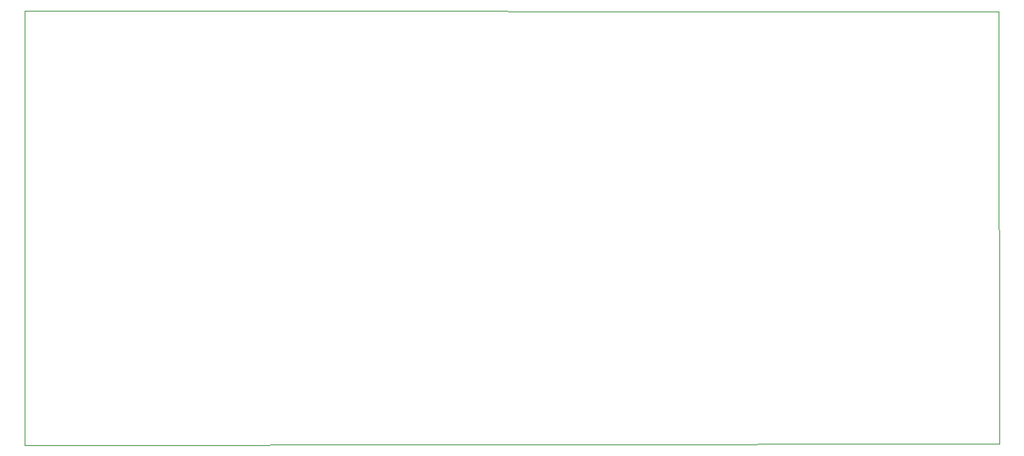
<source format=gbr>
%TF.GenerationSoftware,KiCad,Pcbnew,5.1.6-c6e7f7d~87~ubuntu18.04.1*%
%TF.CreationDate,2021-03-29T12:27:15+02:00*%
%TF.ProjectId,sboxnet2usb,73626f78-6e65-4743-9275-73622e6b6963,rev?*%
%TF.SameCoordinates,Original*%
%TF.FileFunction,Profile,NP*%
%FSLAX46Y46*%
G04 Gerber Fmt 4.6, Leading zero omitted, Abs format (unit mm)*
G04 Created by KiCad (PCBNEW 5.1.6-c6e7f7d~87~ubuntu18.04.1) date 2021-03-29 12:27:15*
%MOMM*%
%LPD*%
G01*
G04 APERTURE LIST*
%TA.AperFunction,Profile*%
%ADD10C,0.050000*%
%TD*%
G04 APERTURE END LIST*
D10*
X148950000Y-78975000D02*
X256000000Y-79000000D01*
X256100000Y-126600000D02*
X148925000Y-126750000D01*
X256100000Y-126600000D02*
X256000000Y-79000000D01*
X148950000Y-78975000D02*
X148925000Y-126750000D01*
M02*

</source>
